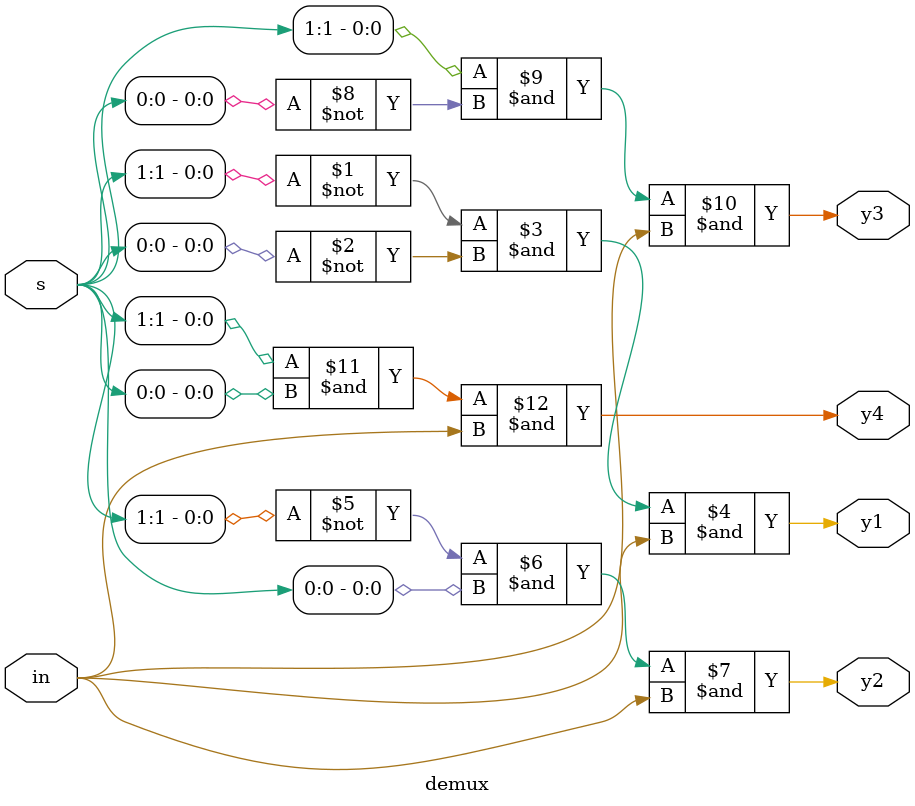
<source format=v>
module demux(
input in,
input [1:0]s,
output y1,y2,y3,y4);

assign y1 = (~s[1])&(~s[0])&in;

assign y2 = (~s[1])&(s[0])&in;

assign y3 = (s[1])&(~s[0])&in;

assign y4 = (s[1])&(s[0])&in;

endmodule

</source>
